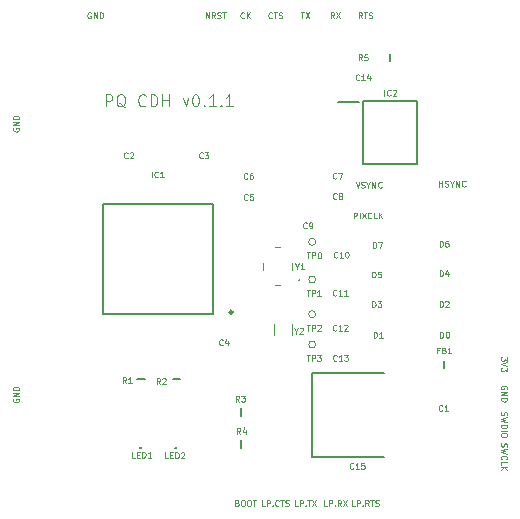
<source format=gbr>
%TF.GenerationSoftware,KiCad,Pcbnew,(6.0.5)*%
%TF.CreationDate,2022-06-10T10:51:09-04:00*%
%TF.ProjectId,pq-cdh,70712d63-6468-42e6-9b69-6361645f7063,V0.1.1*%
%TF.SameCoordinates,Original*%
%TF.FileFunction,Legend,Top*%
%TF.FilePolarity,Positive*%
%FSLAX46Y46*%
G04 Gerber Fmt 4.6, Leading zero omitted, Abs format (unit mm)*
G04 Created by KiCad (PCBNEW (6.0.5)) date 2022-06-10 10:51:09*
%MOMM*%
%LPD*%
G01*
G04 APERTURE LIST*
%ADD10C,0.100000*%
%ADD11C,0.117300*%
%ADD12C,0.125000*%
%ADD13C,0.200000*%
%ADD14C,0.050000*%
%ADD15C,0.250000*%
G04 APERTURE END LIST*
D10*
X153051428Y-128614285D02*
X153122857Y-128638095D01*
X153146666Y-128661904D01*
X153170476Y-128709523D01*
X153170476Y-128780952D01*
X153146666Y-128828571D01*
X153122857Y-128852380D01*
X153075238Y-128876190D01*
X152884761Y-128876190D01*
X152884761Y-128376190D01*
X153051428Y-128376190D01*
X153099047Y-128400000D01*
X153122857Y-128423809D01*
X153146666Y-128471428D01*
X153146666Y-128519047D01*
X153122857Y-128566666D01*
X153099047Y-128590476D01*
X153051428Y-128614285D01*
X152884761Y-128614285D01*
X153480000Y-128376190D02*
X153575238Y-128376190D01*
X153622857Y-128400000D01*
X153670476Y-128447619D01*
X153694285Y-128542857D01*
X153694285Y-128709523D01*
X153670476Y-128804761D01*
X153622857Y-128852380D01*
X153575238Y-128876190D01*
X153480000Y-128876190D01*
X153432380Y-128852380D01*
X153384761Y-128804761D01*
X153360952Y-128709523D01*
X153360952Y-128542857D01*
X153384761Y-128447619D01*
X153432380Y-128400000D01*
X153480000Y-128376190D01*
X154003809Y-128376190D02*
X154099047Y-128376190D01*
X154146666Y-128400000D01*
X154194285Y-128447619D01*
X154218095Y-128542857D01*
X154218095Y-128709523D01*
X154194285Y-128804761D01*
X154146666Y-128852380D01*
X154099047Y-128876190D01*
X154003809Y-128876190D01*
X153956190Y-128852380D01*
X153908571Y-128804761D01*
X153884761Y-128709523D01*
X153884761Y-128542857D01*
X153908571Y-128447619D01*
X153956190Y-128400000D01*
X154003809Y-128376190D01*
X154360952Y-128376190D02*
X154646666Y-128376190D01*
X154503809Y-128876190D02*
X154503809Y-128376190D01*
X162909523Y-104526190D02*
X162909523Y-104026190D01*
X163100000Y-104026190D01*
X163147619Y-104050000D01*
X163171428Y-104073809D01*
X163195238Y-104121428D01*
X163195238Y-104192857D01*
X163171428Y-104240476D01*
X163147619Y-104264285D01*
X163100000Y-104288095D01*
X162909523Y-104288095D01*
X163409523Y-104526190D02*
X163409523Y-104026190D01*
X163600000Y-104026190D02*
X163933333Y-104526190D01*
X163933333Y-104026190D02*
X163600000Y-104526190D01*
X164409523Y-104478571D02*
X164385714Y-104502380D01*
X164314285Y-104526190D01*
X164266666Y-104526190D01*
X164195238Y-104502380D01*
X164147619Y-104454761D01*
X164123809Y-104407142D01*
X164100000Y-104311904D01*
X164100000Y-104240476D01*
X164123809Y-104145238D01*
X164147619Y-104097619D01*
X164195238Y-104050000D01*
X164266666Y-104026190D01*
X164314285Y-104026190D01*
X164385714Y-104050000D01*
X164409523Y-104073809D01*
X164861904Y-104526190D02*
X164623809Y-104526190D01*
X164623809Y-104026190D01*
X165028571Y-104526190D02*
X165028571Y-104026190D01*
X165314285Y-104526190D02*
X165100000Y-104240476D01*
X165314285Y-104026190D02*
X165028571Y-104311904D01*
X140649047Y-87100000D02*
X140601428Y-87076190D01*
X140530000Y-87076190D01*
X140458571Y-87100000D01*
X140410952Y-87147619D01*
X140387142Y-87195238D01*
X140363333Y-87290476D01*
X140363333Y-87361904D01*
X140387142Y-87457142D01*
X140410952Y-87504761D01*
X140458571Y-87552380D01*
X140530000Y-87576190D01*
X140577619Y-87576190D01*
X140649047Y-87552380D01*
X140672857Y-87528571D01*
X140672857Y-87361904D01*
X140577619Y-87361904D01*
X140887142Y-87576190D02*
X140887142Y-87076190D01*
X141172857Y-87576190D01*
X141172857Y-87076190D01*
X141410952Y-87576190D02*
X141410952Y-87076190D01*
X141530000Y-87076190D01*
X141601428Y-87100000D01*
X141649047Y-87147619D01*
X141672857Y-87195238D01*
X141696666Y-87290476D01*
X141696666Y-87361904D01*
X141672857Y-87457142D01*
X141649047Y-87504761D01*
X141601428Y-87552380D01*
X141530000Y-87576190D01*
X141410952Y-87576190D01*
X144390476Y-124776190D02*
X144152380Y-124776190D01*
X144152380Y-124276190D01*
X144557142Y-124514285D02*
X144723809Y-124514285D01*
X144795238Y-124776190D02*
X144557142Y-124776190D01*
X144557142Y-124276190D01*
X144795238Y-124276190D01*
X145009523Y-124776190D02*
X145009523Y-124276190D01*
X145128571Y-124276190D01*
X145200000Y-124300000D01*
X145247619Y-124347619D01*
X145271428Y-124395238D01*
X145295238Y-124490476D01*
X145295238Y-124561904D01*
X145271428Y-124657142D01*
X145247619Y-124704761D01*
X145200000Y-124752380D01*
X145128571Y-124776190D01*
X145009523Y-124776190D01*
X145771428Y-124776190D02*
X145485714Y-124776190D01*
X145628571Y-124776190D02*
X145628571Y-124276190D01*
X145580952Y-124347619D01*
X145533333Y-124395238D01*
X145485714Y-124419047D01*
D11*
X170230952Y-114626190D02*
X170230952Y-114126190D01*
X170350000Y-114126190D01*
X170421428Y-114150000D01*
X170469047Y-114197619D01*
X170492857Y-114245238D01*
X170516666Y-114340476D01*
X170516666Y-114411904D01*
X170492857Y-114507142D01*
X170469047Y-114554761D01*
X170421428Y-114602380D01*
X170350000Y-114626190D01*
X170230952Y-114626190D01*
X170826190Y-114126190D02*
X170873809Y-114126190D01*
X170921428Y-114150000D01*
X170945238Y-114173809D01*
X170969047Y-114221428D01*
X170992857Y-114316666D01*
X170992857Y-114435714D01*
X170969047Y-114530952D01*
X170945238Y-114578571D01*
X170921428Y-114602380D01*
X170873809Y-114626190D01*
X170826190Y-114626190D01*
X170778571Y-114602380D01*
X170754761Y-114578571D01*
X170730952Y-114530952D01*
X170707142Y-114435714D01*
X170707142Y-114316666D01*
X170730952Y-114221428D01*
X170754761Y-114173809D01*
X170778571Y-114150000D01*
X170826190Y-114126190D01*
D10*
X164590952Y-114626190D02*
X164590952Y-114126190D01*
X164710000Y-114126190D01*
X164781428Y-114150000D01*
X164829047Y-114197619D01*
X164852857Y-114245238D01*
X164876666Y-114340476D01*
X164876666Y-114411904D01*
X164852857Y-114507142D01*
X164829047Y-114554761D01*
X164781428Y-114602380D01*
X164710000Y-114626190D01*
X164590952Y-114626190D01*
X165352857Y-114626190D02*
X165067142Y-114626190D01*
X165210000Y-114626190D02*
X165210000Y-114126190D01*
X165162380Y-114197619D01*
X165114761Y-114245238D01*
X165067142Y-114269047D01*
X175883809Y-116270952D02*
X175883809Y-116580476D01*
X175693333Y-116413809D01*
X175693333Y-116485238D01*
X175669523Y-116532857D01*
X175645714Y-116556666D01*
X175598095Y-116580476D01*
X175479047Y-116580476D01*
X175431428Y-116556666D01*
X175407619Y-116532857D01*
X175383809Y-116485238D01*
X175383809Y-116342380D01*
X175407619Y-116294761D01*
X175431428Y-116270952D01*
X175883809Y-116723333D02*
X175383809Y-116890000D01*
X175883809Y-117056666D01*
X175883809Y-117175714D02*
X175883809Y-117485238D01*
X175693333Y-117318571D01*
X175693333Y-117390000D01*
X175669523Y-117437619D01*
X175645714Y-117461428D01*
X175598095Y-117485238D01*
X175479047Y-117485238D01*
X175431428Y-117461428D01*
X175407619Y-117437619D01*
X175383809Y-117390000D01*
X175383809Y-117247142D01*
X175407619Y-117199523D01*
X175431428Y-117175714D01*
X162878571Y-125678571D02*
X162854761Y-125702380D01*
X162783333Y-125726190D01*
X162735714Y-125726190D01*
X162664285Y-125702380D01*
X162616666Y-125654761D01*
X162592857Y-125607142D01*
X162569047Y-125511904D01*
X162569047Y-125440476D01*
X162592857Y-125345238D01*
X162616666Y-125297619D01*
X162664285Y-125250000D01*
X162735714Y-125226190D01*
X162783333Y-125226190D01*
X162854761Y-125250000D01*
X162878571Y-125273809D01*
X163354761Y-125726190D02*
X163069047Y-125726190D01*
X163211904Y-125726190D02*
X163211904Y-125226190D01*
X163164285Y-125297619D01*
X163116666Y-125345238D01*
X163069047Y-125369047D01*
X163807142Y-125226190D02*
X163569047Y-125226190D01*
X163545238Y-125464285D01*
X163569047Y-125440476D01*
X163616666Y-125416666D01*
X163735714Y-125416666D01*
X163783333Y-125440476D01*
X163807142Y-125464285D01*
X163830952Y-125511904D01*
X163830952Y-125630952D01*
X163807142Y-125678571D01*
X163783333Y-125702380D01*
X163735714Y-125726190D01*
X163616666Y-125726190D01*
X163569047Y-125702380D01*
X163545238Y-125678571D01*
X158021904Y-114043095D02*
X158021904Y-114281190D01*
X157855238Y-113781190D02*
X158021904Y-114043095D01*
X158188571Y-113781190D01*
X158331428Y-113828809D02*
X158355238Y-113805000D01*
X158402857Y-113781190D01*
X158521904Y-113781190D01*
X158569523Y-113805000D01*
X158593333Y-113828809D01*
X158617142Y-113876428D01*
X158617142Y-113924047D01*
X158593333Y-113995476D01*
X158307619Y-114281190D01*
X158617142Y-114281190D01*
X163616666Y-91126190D02*
X163450000Y-90888095D01*
X163330952Y-91126190D02*
X163330952Y-90626190D01*
X163521428Y-90626190D01*
X163569047Y-90650000D01*
X163592857Y-90673809D01*
X163616666Y-90721428D01*
X163616666Y-90792857D01*
X163592857Y-90840476D01*
X163569047Y-90864285D01*
X163521428Y-90888095D01*
X163330952Y-90888095D01*
X164069047Y-90626190D02*
X163830952Y-90626190D01*
X163807142Y-90864285D01*
X163830952Y-90840476D01*
X163878571Y-90816666D01*
X163997619Y-90816666D01*
X164045238Y-90840476D01*
X164069047Y-90864285D01*
X164092857Y-90911904D01*
X164092857Y-91030952D01*
X164069047Y-91078571D01*
X164045238Y-91102380D01*
X163997619Y-91126190D01*
X163878571Y-91126190D01*
X163830952Y-91102380D01*
X163807142Y-91078571D01*
X158167142Y-128876190D02*
X157929047Y-128876190D01*
X157929047Y-128376190D01*
X158333809Y-128876190D02*
X158333809Y-128376190D01*
X158524285Y-128376190D01*
X158571904Y-128400000D01*
X158595714Y-128423809D01*
X158619523Y-128471428D01*
X158619523Y-128542857D01*
X158595714Y-128590476D01*
X158571904Y-128614285D01*
X158524285Y-128638095D01*
X158333809Y-128638095D01*
X158833809Y-128828571D02*
X158857619Y-128852380D01*
X158833809Y-128876190D01*
X158810000Y-128852380D01*
X158833809Y-128828571D01*
X158833809Y-128876190D01*
X159000476Y-128376190D02*
X159286190Y-128376190D01*
X159143333Y-128876190D02*
X159143333Y-128376190D01*
X159405238Y-128376190D02*
X159738571Y-128876190D01*
X159738571Y-128376190D02*
X159405238Y-128876190D01*
X134090000Y-119820952D02*
X134066190Y-119868571D01*
X134066190Y-119940000D01*
X134090000Y-120011428D01*
X134137619Y-120059047D01*
X134185238Y-120082857D01*
X134280476Y-120106666D01*
X134351904Y-120106666D01*
X134447142Y-120082857D01*
X134494761Y-120059047D01*
X134542380Y-120011428D01*
X134566190Y-119940000D01*
X134566190Y-119892380D01*
X134542380Y-119820952D01*
X134518571Y-119797142D01*
X134351904Y-119797142D01*
X134351904Y-119892380D01*
X134566190Y-119582857D02*
X134066190Y-119582857D01*
X134566190Y-119297142D01*
X134066190Y-119297142D01*
X134566190Y-119059047D02*
X134066190Y-119059047D01*
X134066190Y-118940000D01*
X134090000Y-118868571D01*
X134137619Y-118820952D01*
X134185238Y-118797142D01*
X134280476Y-118773333D01*
X134351904Y-118773333D01*
X134447142Y-118797142D01*
X134494761Y-118820952D01*
X134542380Y-118868571D01*
X134566190Y-118940000D01*
X134566190Y-119059047D01*
X163616190Y-87576190D02*
X163449523Y-87338095D01*
X163330476Y-87576190D02*
X163330476Y-87076190D01*
X163520952Y-87076190D01*
X163568571Y-87100000D01*
X163592380Y-87123809D01*
X163616190Y-87171428D01*
X163616190Y-87242857D01*
X163592380Y-87290476D01*
X163568571Y-87314285D01*
X163520952Y-87338095D01*
X163330476Y-87338095D01*
X163759047Y-87076190D02*
X164044761Y-87076190D01*
X163901904Y-87576190D02*
X163901904Y-87076190D01*
X164187619Y-87552380D02*
X164259047Y-87576190D01*
X164378095Y-87576190D01*
X164425714Y-87552380D01*
X164449523Y-87528571D01*
X164473333Y-87480952D01*
X164473333Y-87433333D01*
X164449523Y-87385714D01*
X164425714Y-87361904D01*
X164378095Y-87338095D01*
X164282857Y-87314285D01*
X164235238Y-87290476D01*
X164211428Y-87266666D01*
X164187619Y-87219047D01*
X164187619Y-87171428D01*
X164211428Y-87123809D01*
X164235238Y-87100000D01*
X164282857Y-87076190D01*
X164401904Y-87076190D01*
X164473333Y-87100000D01*
X160647619Y-128876190D02*
X160409523Y-128876190D01*
X160409523Y-128376190D01*
X160814285Y-128876190D02*
X160814285Y-128376190D01*
X161004761Y-128376190D01*
X161052380Y-128400000D01*
X161076190Y-128423809D01*
X161100000Y-128471428D01*
X161100000Y-128542857D01*
X161076190Y-128590476D01*
X161052380Y-128614285D01*
X161004761Y-128638095D01*
X160814285Y-128638095D01*
X161314285Y-128828571D02*
X161338095Y-128852380D01*
X161314285Y-128876190D01*
X161290476Y-128852380D01*
X161314285Y-128828571D01*
X161314285Y-128876190D01*
X161838095Y-128876190D02*
X161671428Y-128638095D01*
X161552380Y-128876190D02*
X161552380Y-128376190D01*
X161742857Y-128376190D01*
X161790476Y-128400000D01*
X161814285Y-128423809D01*
X161838095Y-128471428D01*
X161838095Y-128542857D01*
X161814285Y-128590476D01*
X161790476Y-128614285D01*
X161742857Y-128638095D01*
X161552380Y-128638095D01*
X162004761Y-128376190D02*
X162338095Y-128876190D01*
X162338095Y-128376190D02*
X162004761Y-128876190D01*
X170143333Y-115694285D02*
X169976666Y-115694285D01*
X169976666Y-115956190D02*
X169976666Y-115456190D01*
X170214761Y-115456190D01*
X170571904Y-115694285D02*
X170643333Y-115718095D01*
X170667142Y-115741904D01*
X170690952Y-115789523D01*
X170690952Y-115860952D01*
X170667142Y-115908571D01*
X170643333Y-115932380D01*
X170595714Y-115956190D01*
X170405238Y-115956190D01*
X170405238Y-115456190D01*
X170571904Y-115456190D01*
X170619523Y-115480000D01*
X170643333Y-115503809D01*
X170667142Y-115551428D01*
X170667142Y-115599047D01*
X170643333Y-115646666D01*
X170619523Y-115670476D01*
X170571904Y-115694285D01*
X170405238Y-115694285D01*
X171167142Y-115956190D02*
X170881428Y-115956190D01*
X171024285Y-115956190D02*
X171024285Y-115456190D01*
X170976666Y-115527619D01*
X170929047Y-115575238D01*
X170881428Y-115599047D01*
X170426666Y-120778571D02*
X170402857Y-120802380D01*
X170331428Y-120826190D01*
X170283809Y-120826190D01*
X170212380Y-120802380D01*
X170164761Y-120754761D01*
X170140952Y-120707142D01*
X170117142Y-120611904D01*
X170117142Y-120540476D01*
X170140952Y-120445238D01*
X170164761Y-120397619D01*
X170212380Y-120350000D01*
X170283809Y-120326190D01*
X170331428Y-120326190D01*
X170402857Y-120350000D01*
X170426666Y-120373809D01*
X170902857Y-120826190D02*
X170617142Y-120826190D01*
X170760000Y-120826190D02*
X170760000Y-120326190D01*
X170712380Y-120397619D01*
X170664761Y-120445238D01*
X170617142Y-120469047D01*
X153906666Y-101128571D02*
X153882857Y-101152380D01*
X153811428Y-101176190D01*
X153763809Y-101176190D01*
X153692380Y-101152380D01*
X153644761Y-101104761D01*
X153620952Y-101057142D01*
X153597142Y-100961904D01*
X153597142Y-100890476D01*
X153620952Y-100795238D01*
X153644761Y-100747619D01*
X153692380Y-100700000D01*
X153763809Y-100676190D01*
X153811428Y-100676190D01*
X153882857Y-100700000D01*
X153906666Y-100723809D01*
X154335238Y-100676190D02*
X154240000Y-100676190D01*
X154192380Y-100700000D01*
X154168571Y-100723809D01*
X154120952Y-100795238D01*
X154097142Y-100890476D01*
X154097142Y-101080952D01*
X154120952Y-101128571D01*
X154144761Y-101152380D01*
X154192380Y-101176190D01*
X154287619Y-101176190D01*
X154335238Y-101152380D01*
X154359047Y-101128571D01*
X154382857Y-101080952D01*
X154382857Y-100961904D01*
X154359047Y-100914285D01*
X154335238Y-100890476D01*
X154287619Y-100866666D01*
X154192380Y-100866666D01*
X154144761Y-100890476D01*
X154120952Y-100914285D01*
X154097142Y-100961904D01*
X155377142Y-128876190D02*
X155139047Y-128876190D01*
X155139047Y-128376190D01*
X155543809Y-128876190D02*
X155543809Y-128376190D01*
X155734285Y-128376190D01*
X155781904Y-128400000D01*
X155805714Y-128423809D01*
X155829523Y-128471428D01*
X155829523Y-128542857D01*
X155805714Y-128590476D01*
X155781904Y-128614285D01*
X155734285Y-128638095D01*
X155543809Y-128638095D01*
X156043809Y-128828571D02*
X156067619Y-128852380D01*
X156043809Y-128876190D01*
X156020000Y-128852380D01*
X156043809Y-128828571D01*
X156043809Y-128876190D01*
X156567619Y-128828571D02*
X156543809Y-128852380D01*
X156472380Y-128876190D01*
X156424761Y-128876190D01*
X156353333Y-128852380D01*
X156305714Y-128804761D01*
X156281904Y-128757142D01*
X156258095Y-128661904D01*
X156258095Y-128590476D01*
X156281904Y-128495238D01*
X156305714Y-128447619D01*
X156353333Y-128400000D01*
X156424761Y-128376190D01*
X156472380Y-128376190D01*
X156543809Y-128400000D01*
X156567619Y-128423809D01*
X156710476Y-128376190D02*
X156996190Y-128376190D01*
X156853333Y-128876190D02*
X156853333Y-128376190D01*
X157139047Y-128852380D02*
X157210476Y-128876190D01*
X157329523Y-128876190D01*
X157377142Y-128852380D01*
X157400952Y-128828571D01*
X157424761Y-128780952D01*
X157424761Y-128733333D01*
X157400952Y-128685714D01*
X157377142Y-128661904D01*
X157329523Y-128638095D01*
X157234285Y-128614285D01*
X157186666Y-128590476D01*
X157162857Y-128566666D01*
X157139047Y-128519047D01*
X157139047Y-128471428D01*
X157162857Y-128423809D01*
X157186666Y-128400000D01*
X157234285Y-128376190D01*
X157353333Y-128376190D01*
X157424761Y-128400000D01*
X146516666Y-118536190D02*
X146350000Y-118298095D01*
X146230952Y-118536190D02*
X146230952Y-118036190D01*
X146421428Y-118036190D01*
X146469047Y-118060000D01*
X146492857Y-118083809D01*
X146516666Y-118131428D01*
X146516666Y-118202857D01*
X146492857Y-118250476D01*
X146469047Y-118274285D01*
X146421428Y-118298095D01*
X146230952Y-118298095D01*
X146707142Y-118083809D02*
X146730952Y-118060000D01*
X146778571Y-118036190D01*
X146897619Y-118036190D01*
X146945238Y-118060000D01*
X146969047Y-118083809D01*
X146992857Y-118131428D01*
X146992857Y-118179047D01*
X146969047Y-118250476D01*
X146683333Y-118536190D01*
X146992857Y-118536190D01*
X162997142Y-128876190D02*
X162759047Y-128876190D01*
X162759047Y-128376190D01*
X163163809Y-128876190D02*
X163163809Y-128376190D01*
X163354285Y-128376190D01*
X163401904Y-128400000D01*
X163425714Y-128423809D01*
X163449523Y-128471428D01*
X163449523Y-128542857D01*
X163425714Y-128590476D01*
X163401904Y-128614285D01*
X163354285Y-128638095D01*
X163163809Y-128638095D01*
X163663809Y-128828571D02*
X163687619Y-128852380D01*
X163663809Y-128876190D01*
X163640000Y-128852380D01*
X163663809Y-128828571D01*
X163663809Y-128876190D01*
X164187619Y-128876190D02*
X164020952Y-128638095D01*
X163901904Y-128876190D02*
X163901904Y-128376190D01*
X164092380Y-128376190D01*
X164140000Y-128400000D01*
X164163809Y-128423809D01*
X164187619Y-128471428D01*
X164187619Y-128542857D01*
X164163809Y-128590476D01*
X164140000Y-128614285D01*
X164092380Y-128638095D01*
X163901904Y-128638095D01*
X164330476Y-128376190D02*
X164616190Y-128376190D01*
X164473333Y-128876190D02*
X164473333Y-128376190D01*
X164759047Y-128852380D02*
X164830476Y-128876190D01*
X164949523Y-128876190D01*
X164997142Y-128852380D01*
X165020952Y-128828571D01*
X165044761Y-128780952D01*
X165044761Y-128733333D01*
X165020952Y-128685714D01*
X164997142Y-128661904D01*
X164949523Y-128638095D01*
X164854285Y-128614285D01*
X164806666Y-128590476D01*
X164782857Y-128566666D01*
X164759047Y-128519047D01*
X164759047Y-128471428D01*
X164782857Y-128423809D01*
X164806666Y-128400000D01*
X164854285Y-128376190D01*
X164973333Y-128376190D01*
X165044761Y-128400000D01*
X153326666Y-122746190D02*
X153160000Y-122508095D01*
X153040952Y-122746190D02*
X153040952Y-122246190D01*
X153231428Y-122246190D01*
X153279047Y-122270000D01*
X153302857Y-122293809D01*
X153326666Y-122341428D01*
X153326666Y-122412857D01*
X153302857Y-122460476D01*
X153279047Y-122484285D01*
X153231428Y-122508095D01*
X153040952Y-122508095D01*
X153755238Y-122412857D02*
X153755238Y-122746190D01*
X153636190Y-122222380D02*
X153517142Y-122579523D01*
X153826666Y-122579523D01*
X143636666Y-118466190D02*
X143470000Y-118228095D01*
X143350952Y-118466190D02*
X143350952Y-117966190D01*
X143541428Y-117966190D01*
X143589047Y-117990000D01*
X143612857Y-118013809D01*
X143636666Y-118061428D01*
X143636666Y-118132857D01*
X143612857Y-118180476D01*
X143589047Y-118204285D01*
X143541428Y-118228095D01*
X143350952Y-118228095D01*
X144112857Y-118466190D02*
X143827142Y-118466190D01*
X143970000Y-118466190D02*
X143970000Y-117966190D01*
X143922380Y-118037619D01*
X143874761Y-118085238D01*
X143827142Y-118109047D01*
X153926666Y-102908571D02*
X153902857Y-102932380D01*
X153831428Y-102956190D01*
X153783809Y-102956190D01*
X153712380Y-102932380D01*
X153664761Y-102884761D01*
X153640952Y-102837142D01*
X153617142Y-102741904D01*
X153617142Y-102670476D01*
X153640952Y-102575238D01*
X153664761Y-102527619D01*
X153712380Y-102480000D01*
X153783809Y-102456190D01*
X153831428Y-102456190D01*
X153902857Y-102480000D01*
X153926666Y-102503809D01*
X154379047Y-102456190D02*
X154140952Y-102456190D01*
X154117142Y-102694285D01*
X154140952Y-102670476D01*
X154188571Y-102646666D01*
X154307619Y-102646666D01*
X154355238Y-102670476D01*
X154379047Y-102694285D01*
X154402857Y-102741904D01*
X154402857Y-102860952D01*
X154379047Y-102908571D01*
X154355238Y-102932380D01*
X154307619Y-102956190D01*
X154188571Y-102956190D01*
X154140952Y-102932380D01*
X154117142Y-102908571D01*
X158919047Y-110586190D02*
X159204761Y-110586190D01*
X159061904Y-111086190D02*
X159061904Y-110586190D01*
X159371428Y-111086190D02*
X159371428Y-110586190D01*
X159561904Y-110586190D01*
X159609523Y-110610000D01*
X159633333Y-110633809D01*
X159657142Y-110681428D01*
X159657142Y-110752857D01*
X159633333Y-110800476D01*
X159609523Y-110824285D01*
X159561904Y-110848095D01*
X159371428Y-110848095D01*
X160133333Y-111086190D02*
X159847619Y-111086190D01*
X159990476Y-111086190D02*
X159990476Y-110586190D01*
X159942857Y-110657619D01*
X159895238Y-110705238D01*
X159847619Y-110729047D01*
X170180952Y-109426190D02*
X170180952Y-108926190D01*
X170300000Y-108926190D01*
X170371428Y-108950000D01*
X170419047Y-108997619D01*
X170442857Y-109045238D01*
X170466666Y-109140476D01*
X170466666Y-109211904D01*
X170442857Y-109307142D01*
X170419047Y-109354761D01*
X170371428Y-109402380D01*
X170300000Y-109426190D01*
X170180952Y-109426190D01*
X170895238Y-109092857D02*
X170895238Y-109426190D01*
X170776190Y-108902380D02*
X170657142Y-109259523D01*
X170966666Y-109259523D01*
X164530952Y-107026190D02*
X164530952Y-106526190D01*
X164650000Y-106526190D01*
X164721428Y-106550000D01*
X164769047Y-106597619D01*
X164792857Y-106645238D01*
X164816666Y-106740476D01*
X164816666Y-106811904D01*
X164792857Y-106907142D01*
X164769047Y-106954761D01*
X164721428Y-107002380D01*
X164650000Y-107026190D01*
X164530952Y-107026190D01*
X164983333Y-106526190D02*
X165316666Y-106526190D01*
X165102380Y-107026190D01*
X145821904Y-101056190D02*
X145821904Y-100556190D01*
X146345714Y-101008571D02*
X146321904Y-101032380D01*
X146250476Y-101056190D01*
X146202857Y-101056190D01*
X146131428Y-101032380D01*
X146083809Y-100984761D01*
X146060000Y-100937142D01*
X146036190Y-100841904D01*
X146036190Y-100770476D01*
X146060000Y-100675238D01*
X146083809Y-100627619D01*
X146131428Y-100580000D01*
X146202857Y-100556190D01*
X146250476Y-100556190D01*
X146321904Y-100580000D01*
X146345714Y-100603809D01*
X146821904Y-101056190D02*
X146536190Y-101056190D01*
X146679047Y-101056190D02*
X146679047Y-100556190D01*
X146631428Y-100627619D01*
X146583809Y-100675238D01*
X146536190Y-100699047D01*
D12*
X141912857Y-95032380D02*
X141912857Y-94032380D01*
X142293809Y-94032380D01*
X142389047Y-94080000D01*
X142436666Y-94127619D01*
X142484285Y-94222857D01*
X142484285Y-94365714D01*
X142436666Y-94460952D01*
X142389047Y-94508571D01*
X142293809Y-94556190D01*
X141912857Y-94556190D01*
X143579523Y-95127619D02*
X143484285Y-95080000D01*
X143389047Y-94984761D01*
X143246190Y-94841904D01*
X143150952Y-94794285D01*
X143055714Y-94794285D01*
X143103333Y-95032380D02*
X143008095Y-94984761D01*
X142912857Y-94889523D01*
X142865238Y-94699047D01*
X142865238Y-94365714D01*
X142912857Y-94175238D01*
X143008095Y-94080000D01*
X143103333Y-94032380D01*
X143293809Y-94032380D01*
X143389047Y-94080000D01*
X143484285Y-94175238D01*
X143531904Y-94365714D01*
X143531904Y-94699047D01*
X143484285Y-94889523D01*
X143389047Y-94984761D01*
X143293809Y-95032380D01*
X143103333Y-95032380D01*
X145293809Y-94937142D02*
X145246190Y-94984761D01*
X145103333Y-95032380D01*
X145008095Y-95032380D01*
X144865238Y-94984761D01*
X144770000Y-94889523D01*
X144722380Y-94794285D01*
X144674761Y-94603809D01*
X144674761Y-94460952D01*
X144722380Y-94270476D01*
X144770000Y-94175238D01*
X144865238Y-94080000D01*
X145008095Y-94032380D01*
X145103333Y-94032380D01*
X145246190Y-94080000D01*
X145293809Y-94127619D01*
X145722380Y-95032380D02*
X145722380Y-94032380D01*
X145960476Y-94032380D01*
X146103333Y-94080000D01*
X146198571Y-94175238D01*
X146246190Y-94270476D01*
X146293809Y-94460952D01*
X146293809Y-94603809D01*
X146246190Y-94794285D01*
X146198571Y-94889523D01*
X146103333Y-94984761D01*
X145960476Y-95032380D01*
X145722380Y-95032380D01*
X146722380Y-95032380D02*
X146722380Y-94032380D01*
X146722380Y-94508571D02*
X147293809Y-94508571D01*
X147293809Y-95032380D02*
X147293809Y-94032380D01*
X148436666Y-94365714D02*
X148674761Y-95032380D01*
X148912857Y-94365714D01*
X149484285Y-94032380D02*
X149579523Y-94032380D01*
X149674761Y-94080000D01*
X149722380Y-94127619D01*
X149770000Y-94222857D01*
X149817619Y-94413333D01*
X149817619Y-94651428D01*
X149770000Y-94841904D01*
X149722380Y-94937142D01*
X149674761Y-94984761D01*
X149579523Y-95032380D01*
X149484285Y-95032380D01*
X149389047Y-94984761D01*
X149341428Y-94937142D01*
X149293809Y-94841904D01*
X149246190Y-94651428D01*
X149246190Y-94413333D01*
X149293809Y-94222857D01*
X149341428Y-94127619D01*
X149389047Y-94080000D01*
X149484285Y-94032380D01*
X150246190Y-94937142D02*
X150293809Y-94984761D01*
X150246190Y-95032380D01*
X150198571Y-94984761D01*
X150246190Y-94937142D01*
X150246190Y-95032380D01*
X151246190Y-95032380D02*
X150674761Y-95032380D01*
X150960476Y-95032380D02*
X150960476Y-94032380D01*
X150865238Y-94175238D01*
X150770000Y-94270476D01*
X150674761Y-94318095D01*
X151674761Y-94937142D02*
X151722380Y-94984761D01*
X151674761Y-95032380D01*
X151627142Y-94984761D01*
X151674761Y-94937142D01*
X151674761Y-95032380D01*
X152674761Y-95032380D02*
X152103333Y-95032380D01*
X152389047Y-95032380D02*
X152389047Y-94032380D01*
X152293809Y-94175238D01*
X152198571Y-94270476D01*
X152103333Y-94318095D01*
D10*
X170142857Y-101826190D02*
X170142857Y-101326190D01*
X170142857Y-101564285D02*
X170428571Y-101564285D01*
X170428571Y-101826190D02*
X170428571Y-101326190D01*
X170642857Y-101802380D02*
X170714285Y-101826190D01*
X170833333Y-101826190D01*
X170880952Y-101802380D01*
X170904761Y-101778571D01*
X170928571Y-101730952D01*
X170928571Y-101683333D01*
X170904761Y-101635714D01*
X170880952Y-101611904D01*
X170833333Y-101588095D01*
X170738095Y-101564285D01*
X170690476Y-101540476D01*
X170666666Y-101516666D01*
X170642857Y-101469047D01*
X170642857Y-101421428D01*
X170666666Y-101373809D01*
X170690476Y-101350000D01*
X170738095Y-101326190D01*
X170857142Y-101326190D01*
X170928571Y-101350000D01*
X171238095Y-101588095D02*
X171238095Y-101826190D01*
X171071428Y-101326190D02*
X171238095Y-101588095D01*
X171404761Y-101326190D01*
X171571428Y-101826190D02*
X171571428Y-101326190D01*
X171857142Y-101826190D01*
X171857142Y-101326190D01*
X172380952Y-101778571D02*
X172357142Y-101802380D01*
X172285714Y-101826190D01*
X172238095Y-101826190D01*
X172166666Y-101802380D01*
X172119047Y-101754761D01*
X172095238Y-101707142D01*
X172071428Y-101611904D01*
X172071428Y-101540476D01*
X172095238Y-101445238D01*
X172119047Y-101397619D01*
X172166666Y-101350000D01*
X172238095Y-101326190D01*
X172285714Y-101326190D01*
X172357142Y-101350000D01*
X172380952Y-101373809D01*
X153634761Y-87528571D02*
X153610952Y-87552380D01*
X153539523Y-87576190D01*
X153491904Y-87576190D01*
X153420476Y-87552380D01*
X153372857Y-87504761D01*
X153349047Y-87457142D01*
X153325238Y-87361904D01*
X153325238Y-87290476D01*
X153349047Y-87195238D01*
X153372857Y-87147619D01*
X153420476Y-87100000D01*
X153491904Y-87076190D01*
X153539523Y-87076190D01*
X153610952Y-87100000D01*
X153634761Y-87123809D01*
X153849047Y-87576190D02*
X153849047Y-87076190D01*
X154134761Y-87576190D02*
X153920476Y-87290476D01*
X154134761Y-87076190D02*
X153849047Y-87361904D01*
X164480952Y-109526190D02*
X164480952Y-109026190D01*
X164600000Y-109026190D01*
X164671428Y-109050000D01*
X164719047Y-109097619D01*
X164742857Y-109145238D01*
X164766666Y-109240476D01*
X164766666Y-109311904D01*
X164742857Y-109407142D01*
X164719047Y-109454761D01*
X164671428Y-109502380D01*
X164600000Y-109526190D01*
X164480952Y-109526190D01*
X165219047Y-109026190D02*
X164980952Y-109026190D01*
X164957142Y-109264285D01*
X164980952Y-109240476D01*
X165028571Y-109216666D01*
X165147619Y-109216666D01*
X165195238Y-109240476D01*
X165219047Y-109264285D01*
X165242857Y-109311904D01*
X165242857Y-109430952D01*
X165219047Y-109478571D01*
X165195238Y-109502380D01*
X165147619Y-109526190D01*
X165028571Y-109526190D01*
X164980952Y-109502380D01*
X164957142Y-109478571D01*
X150136666Y-99388571D02*
X150112857Y-99412380D01*
X150041428Y-99436190D01*
X149993809Y-99436190D01*
X149922380Y-99412380D01*
X149874761Y-99364761D01*
X149850952Y-99317142D01*
X149827142Y-99221904D01*
X149827142Y-99150476D01*
X149850952Y-99055238D01*
X149874761Y-99007619D01*
X149922380Y-98960000D01*
X149993809Y-98936190D01*
X150041428Y-98936190D01*
X150112857Y-98960000D01*
X150136666Y-98983809D01*
X150303333Y-98936190D02*
X150612857Y-98936190D01*
X150446190Y-99126666D01*
X150517619Y-99126666D01*
X150565238Y-99150476D01*
X150589047Y-99174285D01*
X150612857Y-99221904D01*
X150612857Y-99340952D01*
X150589047Y-99388571D01*
X150565238Y-99412380D01*
X150517619Y-99436190D01*
X150374761Y-99436190D01*
X150327142Y-99412380D01*
X150303333Y-99388571D01*
X150368571Y-87576190D02*
X150368571Y-87076190D01*
X150654285Y-87576190D01*
X150654285Y-87076190D01*
X151178095Y-87576190D02*
X151011428Y-87338095D01*
X150892380Y-87576190D02*
X150892380Y-87076190D01*
X151082857Y-87076190D01*
X151130476Y-87100000D01*
X151154285Y-87123809D01*
X151178095Y-87171428D01*
X151178095Y-87242857D01*
X151154285Y-87290476D01*
X151130476Y-87314285D01*
X151082857Y-87338095D01*
X150892380Y-87338095D01*
X151368571Y-87552380D02*
X151440000Y-87576190D01*
X151559047Y-87576190D01*
X151606666Y-87552380D01*
X151630476Y-87528571D01*
X151654285Y-87480952D01*
X151654285Y-87433333D01*
X151630476Y-87385714D01*
X151606666Y-87361904D01*
X151559047Y-87338095D01*
X151463809Y-87314285D01*
X151416190Y-87290476D01*
X151392380Y-87266666D01*
X151368571Y-87219047D01*
X151368571Y-87171428D01*
X151392380Y-87123809D01*
X151416190Y-87100000D01*
X151463809Y-87076190D01*
X151582857Y-87076190D01*
X151654285Y-87100000D01*
X151797142Y-87076190D02*
X152082857Y-87076190D01*
X151940000Y-87576190D02*
X151940000Y-87076190D01*
X165511904Y-94126190D02*
X165511904Y-93626190D01*
X166035714Y-94078571D02*
X166011904Y-94102380D01*
X165940476Y-94126190D01*
X165892857Y-94126190D01*
X165821428Y-94102380D01*
X165773809Y-94054761D01*
X165750000Y-94007142D01*
X165726190Y-93911904D01*
X165726190Y-93840476D01*
X165750000Y-93745238D01*
X165773809Y-93697619D01*
X165821428Y-93650000D01*
X165892857Y-93626190D01*
X165940476Y-93626190D01*
X166011904Y-93650000D01*
X166035714Y-93673809D01*
X166226190Y-93673809D02*
X166250000Y-93650000D01*
X166297619Y-93626190D01*
X166416666Y-93626190D01*
X166464285Y-93650000D01*
X166488095Y-93673809D01*
X166511904Y-93721428D01*
X166511904Y-93769047D01*
X166488095Y-93840476D01*
X166202380Y-94126190D01*
X166511904Y-94126190D01*
X161468571Y-116538571D02*
X161444761Y-116562380D01*
X161373333Y-116586190D01*
X161325714Y-116586190D01*
X161254285Y-116562380D01*
X161206666Y-116514761D01*
X161182857Y-116467142D01*
X161159047Y-116371904D01*
X161159047Y-116300476D01*
X161182857Y-116205238D01*
X161206666Y-116157619D01*
X161254285Y-116110000D01*
X161325714Y-116086190D01*
X161373333Y-116086190D01*
X161444761Y-116110000D01*
X161468571Y-116133809D01*
X161944761Y-116586190D02*
X161659047Y-116586190D01*
X161801904Y-116586190D02*
X161801904Y-116086190D01*
X161754285Y-116157619D01*
X161706666Y-116205238D01*
X161659047Y-116229047D01*
X162111428Y-116086190D02*
X162420952Y-116086190D01*
X162254285Y-116276666D01*
X162325714Y-116276666D01*
X162373333Y-116300476D01*
X162397142Y-116324285D01*
X162420952Y-116371904D01*
X162420952Y-116490952D01*
X162397142Y-116538571D01*
X162373333Y-116562380D01*
X162325714Y-116586190D01*
X162182857Y-116586190D01*
X162135238Y-116562380D01*
X162111428Y-116538571D01*
X158919047Y-113536190D02*
X159204761Y-113536190D01*
X159061904Y-114036190D02*
X159061904Y-113536190D01*
X159371428Y-114036190D02*
X159371428Y-113536190D01*
X159561904Y-113536190D01*
X159609523Y-113560000D01*
X159633333Y-113583809D01*
X159657142Y-113631428D01*
X159657142Y-113702857D01*
X159633333Y-113750476D01*
X159609523Y-113774285D01*
X159561904Y-113798095D01*
X159371428Y-113798095D01*
X159847619Y-113583809D02*
X159871428Y-113560000D01*
X159919047Y-113536190D01*
X160038095Y-113536190D01*
X160085714Y-113560000D01*
X160109523Y-113583809D01*
X160133333Y-113631428D01*
X160133333Y-113679047D01*
X160109523Y-113750476D01*
X159823809Y-114036190D01*
X160133333Y-114036190D01*
X161438571Y-111013571D02*
X161414761Y-111037380D01*
X161343333Y-111061190D01*
X161295714Y-111061190D01*
X161224285Y-111037380D01*
X161176666Y-110989761D01*
X161152857Y-110942142D01*
X161129047Y-110846904D01*
X161129047Y-110775476D01*
X161152857Y-110680238D01*
X161176666Y-110632619D01*
X161224285Y-110585000D01*
X161295714Y-110561190D01*
X161343333Y-110561190D01*
X161414761Y-110585000D01*
X161438571Y-110608809D01*
X161914761Y-111061190D02*
X161629047Y-111061190D01*
X161771904Y-111061190D02*
X161771904Y-110561190D01*
X161724285Y-110632619D01*
X161676666Y-110680238D01*
X161629047Y-110704047D01*
X162390952Y-111061190D02*
X162105238Y-111061190D01*
X162248095Y-111061190D02*
X162248095Y-110561190D01*
X162200476Y-110632619D01*
X162152857Y-110680238D01*
X162105238Y-110704047D01*
X158919047Y-116096190D02*
X159204761Y-116096190D01*
X159061904Y-116596190D02*
X159061904Y-116096190D01*
X159371428Y-116596190D02*
X159371428Y-116096190D01*
X159561904Y-116096190D01*
X159609523Y-116120000D01*
X159633333Y-116143809D01*
X159657142Y-116191428D01*
X159657142Y-116262857D01*
X159633333Y-116310476D01*
X159609523Y-116334285D01*
X159561904Y-116358095D01*
X159371428Y-116358095D01*
X159823809Y-116096190D02*
X160133333Y-116096190D01*
X159966666Y-116286666D01*
X160038095Y-116286666D01*
X160085714Y-116310476D01*
X160109523Y-116334285D01*
X160133333Y-116381904D01*
X160133333Y-116500952D01*
X160109523Y-116548571D01*
X160085714Y-116572380D01*
X160038095Y-116596190D01*
X159895238Y-116596190D01*
X159847619Y-116572380D01*
X159823809Y-116548571D01*
X170180952Y-112023690D02*
X170180952Y-111523690D01*
X170300000Y-111523690D01*
X170371428Y-111547500D01*
X170419047Y-111595119D01*
X170442857Y-111642738D01*
X170466666Y-111737976D01*
X170466666Y-111809404D01*
X170442857Y-111904642D01*
X170419047Y-111952261D01*
X170371428Y-111999880D01*
X170300000Y-112023690D01*
X170180952Y-112023690D01*
X170657142Y-111571309D02*
X170680952Y-111547500D01*
X170728571Y-111523690D01*
X170847619Y-111523690D01*
X170895238Y-111547500D01*
X170919047Y-111571309D01*
X170942857Y-111618928D01*
X170942857Y-111666547D01*
X170919047Y-111737976D01*
X170633333Y-112023690D01*
X170942857Y-112023690D01*
X155996190Y-87528571D02*
X155972380Y-87552380D01*
X155900952Y-87576190D01*
X155853333Y-87576190D01*
X155781904Y-87552380D01*
X155734285Y-87504761D01*
X155710476Y-87457142D01*
X155686666Y-87361904D01*
X155686666Y-87290476D01*
X155710476Y-87195238D01*
X155734285Y-87147619D01*
X155781904Y-87100000D01*
X155853333Y-87076190D01*
X155900952Y-87076190D01*
X155972380Y-87100000D01*
X155996190Y-87123809D01*
X156139047Y-87076190D02*
X156424761Y-87076190D01*
X156281904Y-87576190D02*
X156281904Y-87076190D01*
X156567619Y-87552380D02*
X156639047Y-87576190D01*
X156758095Y-87576190D01*
X156805714Y-87552380D01*
X156829523Y-87528571D01*
X156853333Y-87480952D01*
X156853333Y-87433333D01*
X156829523Y-87385714D01*
X156805714Y-87361904D01*
X156758095Y-87338095D01*
X156662857Y-87314285D01*
X156615238Y-87290476D01*
X156591428Y-87266666D01*
X156567619Y-87219047D01*
X156567619Y-87171428D01*
X156591428Y-87123809D01*
X156615238Y-87100000D01*
X156662857Y-87076190D01*
X156781904Y-87076190D01*
X156853333Y-87100000D01*
X158429047Y-87076190D02*
X158714761Y-87076190D01*
X158571904Y-87576190D02*
X158571904Y-87076190D01*
X158833809Y-87076190D02*
X159167142Y-87576190D01*
X159167142Y-87076190D02*
X158833809Y-87576190D01*
X175407619Y-120920476D02*
X175383809Y-120991904D01*
X175383809Y-121110952D01*
X175407619Y-121158571D01*
X175431428Y-121182380D01*
X175479047Y-121206190D01*
X175526666Y-121206190D01*
X175574285Y-121182380D01*
X175598095Y-121158571D01*
X175621904Y-121110952D01*
X175645714Y-121015714D01*
X175669523Y-120968095D01*
X175693333Y-120944285D01*
X175740952Y-120920476D01*
X175788571Y-120920476D01*
X175836190Y-120944285D01*
X175860000Y-120968095D01*
X175883809Y-121015714D01*
X175883809Y-121134761D01*
X175860000Y-121206190D01*
X175883809Y-121372857D02*
X175383809Y-121491904D01*
X175740952Y-121587142D01*
X175383809Y-121682380D01*
X175883809Y-121801428D01*
X175383809Y-121991904D02*
X175883809Y-121991904D01*
X175883809Y-122110952D01*
X175860000Y-122182380D01*
X175812380Y-122230000D01*
X175764761Y-122253809D01*
X175669523Y-122277619D01*
X175598095Y-122277619D01*
X175502857Y-122253809D01*
X175455238Y-122230000D01*
X175407619Y-122182380D01*
X175383809Y-122110952D01*
X175383809Y-121991904D01*
X175383809Y-122491904D02*
X175883809Y-122491904D01*
X175883809Y-122825238D02*
X175883809Y-122920476D01*
X175860000Y-122968095D01*
X175812380Y-123015714D01*
X175717142Y-123039523D01*
X175550476Y-123039523D01*
X175455238Y-123015714D01*
X175407619Y-122968095D01*
X175383809Y-122920476D01*
X175383809Y-122825238D01*
X175407619Y-122777619D01*
X175455238Y-122730000D01*
X175550476Y-122706190D01*
X175717142Y-122706190D01*
X175812380Y-122730000D01*
X175860000Y-122777619D01*
X175883809Y-122825238D01*
X175407619Y-123559047D02*
X175383809Y-123630476D01*
X175383809Y-123749523D01*
X175407619Y-123797142D01*
X175431428Y-123820952D01*
X175479047Y-123844761D01*
X175526666Y-123844761D01*
X175574285Y-123820952D01*
X175598095Y-123797142D01*
X175621904Y-123749523D01*
X175645714Y-123654285D01*
X175669523Y-123606666D01*
X175693333Y-123582857D01*
X175740952Y-123559047D01*
X175788571Y-123559047D01*
X175836190Y-123582857D01*
X175860000Y-123606666D01*
X175883809Y-123654285D01*
X175883809Y-123773333D01*
X175860000Y-123844761D01*
X175883809Y-124011428D02*
X175383809Y-124130476D01*
X175740952Y-124225714D01*
X175383809Y-124320952D01*
X175883809Y-124440000D01*
X175431428Y-124916190D02*
X175407619Y-124892380D01*
X175383809Y-124820952D01*
X175383809Y-124773333D01*
X175407619Y-124701904D01*
X175455238Y-124654285D01*
X175502857Y-124630476D01*
X175598095Y-124606666D01*
X175669523Y-124606666D01*
X175764761Y-124630476D01*
X175812380Y-124654285D01*
X175860000Y-124701904D01*
X175883809Y-124773333D01*
X175883809Y-124820952D01*
X175860000Y-124892380D01*
X175836190Y-124916190D01*
X175383809Y-125368571D02*
X175383809Y-125130476D01*
X175883809Y-125130476D01*
X175383809Y-125535238D02*
X175883809Y-125535238D01*
X175383809Y-125820952D02*
X175669523Y-125606666D01*
X175883809Y-125820952D02*
X175598095Y-125535238D01*
X170180952Y-106926190D02*
X170180952Y-106426190D01*
X170300000Y-106426190D01*
X170371428Y-106450000D01*
X170419047Y-106497619D01*
X170442857Y-106545238D01*
X170466666Y-106640476D01*
X170466666Y-106711904D01*
X170442857Y-106807142D01*
X170419047Y-106854761D01*
X170371428Y-106902380D01*
X170300000Y-106926190D01*
X170180952Y-106926190D01*
X170895238Y-106426190D02*
X170800000Y-106426190D01*
X170752380Y-106450000D01*
X170728571Y-106473809D01*
X170680952Y-106545238D01*
X170657142Y-106640476D01*
X170657142Y-106830952D01*
X170680952Y-106878571D01*
X170704761Y-106902380D01*
X170752380Y-106926190D01*
X170847619Y-106926190D01*
X170895238Y-106902380D01*
X170919047Y-106878571D01*
X170942857Y-106830952D01*
X170942857Y-106711904D01*
X170919047Y-106664285D01*
X170895238Y-106640476D01*
X170847619Y-106616666D01*
X170752380Y-106616666D01*
X170704761Y-106640476D01*
X170680952Y-106664285D01*
X170657142Y-106711904D01*
X161436666Y-101118571D02*
X161412857Y-101142380D01*
X161341428Y-101166190D01*
X161293809Y-101166190D01*
X161222380Y-101142380D01*
X161174761Y-101094761D01*
X161150952Y-101047142D01*
X161127142Y-100951904D01*
X161127142Y-100880476D01*
X161150952Y-100785238D01*
X161174761Y-100737619D01*
X161222380Y-100690000D01*
X161293809Y-100666190D01*
X161341428Y-100666190D01*
X161412857Y-100690000D01*
X161436666Y-100713809D01*
X161603333Y-100666190D02*
X161936666Y-100666190D01*
X161722380Y-101166190D01*
X175870000Y-118979047D02*
X175893809Y-118931428D01*
X175893809Y-118860000D01*
X175870000Y-118788571D01*
X175822380Y-118740952D01*
X175774761Y-118717142D01*
X175679523Y-118693333D01*
X175608095Y-118693333D01*
X175512857Y-118717142D01*
X175465238Y-118740952D01*
X175417619Y-118788571D01*
X175393809Y-118860000D01*
X175393809Y-118907619D01*
X175417619Y-118979047D01*
X175441428Y-119002857D01*
X175608095Y-119002857D01*
X175608095Y-118907619D01*
X175393809Y-119217142D02*
X175893809Y-119217142D01*
X175393809Y-119502857D01*
X175893809Y-119502857D01*
X175393809Y-119740952D02*
X175893809Y-119740952D01*
X175893809Y-119860000D01*
X175870000Y-119931428D01*
X175822380Y-119979047D01*
X175774761Y-120002857D01*
X175679523Y-120026666D01*
X175608095Y-120026666D01*
X175512857Y-120002857D01*
X175465238Y-119979047D01*
X175417619Y-119931428D01*
X175393809Y-119860000D01*
X175393809Y-119740952D01*
X134100000Y-96880952D02*
X134076190Y-96928571D01*
X134076190Y-97000000D01*
X134100000Y-97071428D01*
X134147619Y-97119047D01*
X134195238Y-97142857D01*
X134290476Y-97166666D01*
X134361904Y-97166666D01*
X134457142Y-97142857D01*
X134504761Y-97119047D01*
X134552380Y-97071428D01*
X134576190Y-97000000D01*
X134576190Y-96952380D01*
X134552380Y-96880952D01*
X134528571Y-96857142D01*
X134361904Y-96857142D01*
X134361904Y-96952380D01*
X134576190Y-96642857D02*
X134076190Y-96642857D01*
X134576190Y-96357142D01*
X134076190Y-96357142D01*
X134576190Y-96119047D02*
X134076190Y-96119047D01*
X134076190Y-96000000D01*
X134100000Y-95928571D01*
X134147619Y-95880952D01*
X134195238Y-95857142D01*
X134290476Y-95833333D01*
X134361904Y-95833333D01*
X134457142Y-95857142D01*
X134504761Y-95880952D01*
X134552380Y-95928571D01*
X134576190Y-96000000D01*
X134576190Y-96119047D01*
X161466666Y-102828571D02*
X161442857Y-102852380D01*
X161371428Y-102876190D01*
X161323809Y-102876190D01*
X161252380Y-102852380D01*
X161204761Y-102804761D01*
X161180952Y-102757142D01*
X161157142Y-102661904D01*
X161157142Y-102590476D01*
X161180952Y-102495238D01*
X161204761Y-102447619D01*
X161252380Y-102400000D01*
X161323809Y-102376190D01*
X161371428Y-102376190D01*
X161442857Y-102400000D01*
X161466666Y-102423809D01*
X161752380Y-102590476D02*
X161704761Y-102566666D01*
X161680952Y-102542857D01*
X161657142Y-102495238D01*
X161657142Y-102471428D01*
X161680952Y-102423809D01*
X161704761Y-102400000D01*
X161752380Y-102376190D01*
X161847619Y-102376190D01*
X161895238Y-102400000D01*
X161919047Y-102423809D01*
X161942857Y-102471428D01*
X161942857Y-102495238D01*
X161919047Y-102542857D01*
X161895238Y-102566666D01*
X161847619Y-102590476D01*
X161752380Y-102590476D01*
X161704761Y-102614285D01*
X161680952Y-102638095D01*
X161657142Y-102685714D01*
X161657142Y-102780952D01*
X161680952Y-102828571D01*
X161704761Y-102852380D01*
X161752380Y-102876190D01*
X161847619Y-102876190D01*
X161895238Y-102852380D01*
X161919047Y-102828571D01*
X161942857Y-102780952D01*
X161942857Y-102685714D01*
X161919047Y-102638095D01*
X161895238Y-102614285D01*
X161847619Y-102590476D01*
X153226666Y-120026190D02*
X153060000Y-119788095D01*
X152940952Y-120026190D02*
X152940952Y-119526190D01*
X153131428Y-119526190D01*
X153179047Y-119550000D01*
X153202857Y-119573809D01*
X153226666Y-119621428D01*
X153226666Y-119692857D01*
X153202857Y-119740476D01*
X153179047Y-119764285D01*
X153131428Y-119788095D01*
X152940952Y-119788095D01*
X153393333Y-119526190D02*
X153702857Y-119526190D01*
X153536190Y-119716666D01*
X153607619Y-119716666D01*
X153655238Y-119740476D01*
X153679047Y-119764285D01*
X153702857Y-119811904D01*
X153702857Y-119930952D01*
X153679047Y-119978571D01*
X153655238Y-120002380D01*
X153607619Y-120026190D01*
X153464761Y-120026190D01*
X153417142Y-120002380D01*
X153393333Y-119978571D01*
X143766666Y-99388571D02*
X143742857Y-99412380D01*
X143671428Y-99436190D01*
X143623809Y-99436190D01*
X143552380Y-99412380D01*
X143504761Y-99364761D01*
X143480952Y-99317142D01*
X143457142Y-99221904D01*
X143457142Y-99150476D01*
X143480952Y-99055238D01*
X143504761Y-99007619D01*
X143552380Y-98960000D01*
X143623809Y-98936190D01*
X143671428Y-98936190D01*
X143742857Y-98960000D01*
X143766666Y-98983809D01*
X143957142Y-98983809D02*
X143980952Y-98960000D01*
X144028571Y-98936190D01*
X144147619Y-98936190D01*
X144195238Y-98960000D01*
X144219047Y-98983809D01*
X144242857Y-99031428D01*
X144242857Y-99079047D01*
X144219047Y-99150476D01*
X143933333Y-99436190D01*
X144242857Y-99436190D01*
X158939047Y-107386190D02*
X159224761Y-107386190D01*
X159081904Y-107886190D02*
X159081904Y-107386190D01*
X159391428Y-107886190D02*
X159391428Y-107386190D01*
X159581904Y-107386190D01*
X159629523Y-107410000D01*
X159653333Y-107433809D01*
X159677142Y-107481428D01*
X159677142Y-107552857D01*
X159653333Y-107600476D01*
X159629523Y-107624285D01*
X159581904Y-107648095D01*
X159391428Y-107648095D01*
X159986666Y-107386190D02*
X160034285Y-107386190D01*
X160081904Y-107410000D01*
X160105714Y-107433809D01*
X160129523Y-107481428D01*
X160153333Y-107576666D01*
X160153333Y-107695714D01*
X160129523Y-107790952D01*
X160105714Y-107838571D01*
X160081904Y-107862380D01*
X160034285Y-107886190D01*
X159986666Y-107886190D01*
X159939047Y-107862380D01*
X159915238Y-107838571D01*
X159891428Y-107790952D01*
X159867619Y-107695714D01*
X159867619Y-107576666D01*
X159891428Y-107481428D01*
X159915238Y-107433809D01*
X159939047Y-107410000D01*
X159986666Y-107386190D01*
X161528571Y-107793571D02*
X161504761Y-107817380D01*
X161433333Y-107841190D01*
X161385714Y-107841190D01*
X161314285Y-107817380D01*
X161266666Y-107769761D01*
X161242857Y-107722142D01*
X161219047Y-107626904D01*
X161219047Y-107555476D01*
X161242857Y-107460238D01*
X161266666Y-107412619D01*
X161314285Y-107365000D01*
X161385714Y-107341190D01*
X161433333Y-107341190D01*
X161504761Y-107365000D01*
X161528571Y-107388809D01*
X162004761Y-107841190D02*
X161719047Y-107841190D01*
X161861904Y-107841190D02*
X161861904Y-107341190D01*
X161814285Y-107412619D01*
X161766666Y-107460238D01*
X161719047Y-107484047D01*
X162314285Y-107341190D02*
X162361904Y-107341190D01*
X162409523Y-107365000D01*
X162433333Y-107388809D01*
X162457142Y-107436428D01*
X162480952Y-107531666D01*
X162480952Y-107650714D01*
X162457142Y-107745952D01*
X162433333Y-107793571D01*
X162409523Y-107817380D01*
X162361904Y-107841190D01*
X162314285Y-107841190D01*
X162266666Y-107817380D01*
X162242857Y-107793571D01*
X162219047Y-107745952D01*
X162195238Y-107650714D01*
X162195238Y-107531666D01*
X162219047Y-107436428D01*
X162242857Y-107388809D01*
X162266666Y-107365000D01*
X162314285Y-107341190D01*
X147200476Y-124836190D02*
X146962380Y-124836190D01*
X146962380Y-124336190D01*
X147367142Y-124574285D02*
X147533809Y-124574285D01*
X147605238Y-124836190D02*
X147367142Y-124836190D01*
X147367142Y-124336190D01*
X147605238Y-124336190D01*
X147819523Y-124836190D02*
X147819523Y-124336190D01*
X147938571Y-124336190D01*
X148010000Y-124360000D01*
X148057619Y-124407619D01*
X148081428Y-124455238D01*
X148105238Y-124550476D01*
X148105238Y-124621904D01*
X148081428Y-124717142D01*
X148057619Y-124764761D01*
X148010000Y-124812380D01*
X147938571Y-124836190D01*
X147819523Y-124836190D01*
X148295714Y-124383809D02*
X148319523Y-124360000D01*
X148367142Y-124336190D01*
X148486190Y-124336190D01*
X148533809Y-124360000D01*
X148557619Y-124383809D01*
X148581428Y-124431428D01*
X148581428Y-124479047D01*
X148557619Y-124550476D01*
X148271904Y-124836190D01*
X148581428Y-124836190D01*
X164480952Y-112026190D02*
X164480952Y-111526190D01*
X164600000Y-111526190D01*
X164671428Y-111550000D01*
X164719047Y-111597619D01*
X164742857Y-111645238D01*
X164766666Y-111740476D01*
X164766666Y-111811904D01*
X164742857Y-111907142D01*
X164719047Y-111954761D01*
X164671428Y-112002380D01*
X164600000Y-112026190D01*
X164480952Y-112026190D01*
X164933333Y-111526190D02*
X165242857Y-111526190D01*
X165076190Y-111716666D01*
X165147619Y-111716666D01*
X165195238Y-111740476D01*
X165219047Y-111764285D01*
X165242857Y-111811904D01*
X165242857Y-111930952D01*
X165219047Y-111978571D01*
X165195238Y-112002380D01*
X165147619Y-112026190D01*
X165004761Y-112026190D01*
X164957142Y-112002380D01*
X164933333Y-111978571D01*
X163378571Y-92778571D02*
X163354761Y-92802380D01*
X163283333Y-92826190D01*
X163235714Y-92826190D01*
X163164285Y-92802380D01*
X163116666Y-92754761D01*
X163092857Y-92707142D01*
X163069047Y-92611904D01*
X163069047Y-92540476D01*
X163092857Y-92445238D01*
X163116666Y-92397619D01*
X163164285Y-92350000D01*
X163235714Y-92326190D01*
X163283333Y-92326190D01*
X163354761Y-92350000D01*
X163378571Y-92373809D01*
X163854761Y-92826190D02*
X163569047Y-92826190D01*
X163711904Y-92826190D02*
X163711904Y-92326190D01*
X163664285Y-92397619D01*
X163616666Y-92445238D01*
X163569047Y-92469047D01*
X164283333Y-92492857D02*
X164283333Y-92826190D01*
X164164285Y-92302380D02*
X164045238Y-92659523D01*
X164354761Y-92659523D01*
X151816666Y-115218571D02*
X151792857Y-115242380D01*
X151721428Y-115266190D01*
X151673809Y-115266190D01*
X151602380Y-115242380D01*
X151554761Y-115194761D01*
X151530952Y-115147142D01*
X151507142Y-115051904D01*
X151507142Y-114980476D01*
X151530952Y-114885238D01*
X151554761Y-114837619D01*
X151602380Y-114790000D01*
X151673809Y-114766190D01*
X151721428Y-114766190D01*
X151792857Y-114790000D01*
X151816666Y-114813809D01*
X152245238Y-114932857D02*
X152245238Y-115266190D01*
X152126190Y-114742380D02*
X152007142Y-115099523D01*
X152316666Y-115099523D01*
X163069047Y-101426190D02*
X163235714Y-101926190D01*
X163402380Y-101426190D01*
X163545238Y-101902380D02*
X163616666Y-101926190D01*
X163735714Y-101926190D01*
X163783333Y-101902380D01*
X163807142Y-101878571D01*
X163830952Y-101830952D01*
X163830952Y-101783333D01*
X163807142Y-101735714D01*
X163783333Y-101711904D01*
X163735714Y-101688095D01*
X163640476Y-101664285D01*
X163592857Y-101640476D01*
X163569047Y-101616666D01*
X163545238Y-101569047D01*
X163545238Y-101521428D01*
X163569047Y-101473809D01*
X163592857Y-101450000D01*
X163640476Y-101426190D01*
X163759523Y-101426190D01*
X163830952Y-101450000D01*
X164140476Y-101688095D02*
X164140476Y-101926190D01*
X163973809Y-101426190D02*
X164140476Y-101688095D01*
X164307142Y-101426190D01*
X164473809Y-101926190D02*
X164473809Y-101426190D01*
X164759523Y-101926190D01*
X164759523Y-101426190D01*
X165283333Y-101878571D02*
X165259523Y-101902380D01*
X165188095Y-101926190D01*
X165140476Y-101926190D01*
X165069047Y-101902380D01*
X165021428Y-101854761D01*
X164997619Y-101807142D01*
X164973809Y-101711904D01*
X164973809Y-101640476D01*
X164997619Y-101545238D01*
X165021428Y-101497619D01*
X165069047Y-101450000D01*
X165140476Y-101426190D01*
X165188095Y-101426190D01*
X165259523Y-101450000D01*
X165283333Y-101473809D01*
X158111904Y-108598095D02*
X158111904Y-108836190D01*
X157945238Y-108336190D02*
X158111904Y-108598095D01*
X158278571Y-108336190D01*
X158707142Y-108836190D02*
X158421428Y-108836190D01*
X158564285Y-108836190D02*
X158564285Y-108336190D01*
X158516666Y-108407619D01*
X158469047Y-108455238D01*
X158421428Y-108479047D01*
X161438571Y-113983571D02*
X161414761Y-114007380D01*
X161343333Y-114031190D01*
X161295714Y-114031190D01*
X161224285Y-114007380D01*
X161176666Y-113959761D01*
X161152857Y-113912142D01*
X161129047Y-113816904D01*
X161129047Y-113745476D01*
X161152857Y-113650238D01*
X161176666Y-113602619D01*
X161224285Y-113555000D01*
X161295714Y-113531190D01*
X161343333Y-113531190D01*
X161414761Y-113555000D01*
X161438571Y-113578809D01*
X161914761Y-114031190D02*
X161629047Y-114031190D01*
X161771904Y-114031190D02*
X161771904Y-113531190D01*
X161724285Y-113602619D01*
X161676666Y-113650238D01*
X161629047Y-113674047D01*
X162105238Y-113578809D02*
X162129047Y-113555000D01*
X162176666Y-113531190D01*
X162295714Y-113531190D01*
X162343333Y-113555000D01*
X162367142Y-113578809D01*
X162390952Y-113626428D01*
X162390952Y-113674047D01*
X162367142Y-113745476D01*
X162081428Y-114031190D01*
X162390952Y-114031190D01*
X161266666Y-87576190D02*
X161100000Y-87338095D01*
X160980952Y-87576190D02*
X160980952Y-87076190D01*
X161171428Y-87076190D01*
X161219047Y-87100000D01*
X161242857Y-87123809D01*
X161266666Y-87171428D01*
X161266666Y-87242857D01*
X161242857Y-87290476D01*
X161219047Y-87314285D01*
X161171428Y-87338095D01*
X160980952Y-87338095D01*
X161433333Y-87076190D02*
X161766666Y-87576190D01*
X161766666Y-87076190D02*
X161433333Y-87576190D01*
X158936666Y-105318571D02*
X158912857Y-105342380D01*
X158841428Y-105366190D01*
X158793809Y-105366190D01*
X158722380Y-105342380D01*
X158674761Y-105294761D01*
X158650952Y-105247142D01*
X158627142Y-105151904D01*
X158627142Y-105080476D01*
X158650952Y-104985238D01*
X158674761Y-104937619D01*
X158722380Y-104890000D01*
X158793809Y-104866190D01*
X158841428Y-104866190D01*
X158912857Y-104890000D01*
X158936666Y-104913809D01*
X159174761Y-105366190D02*
X159270000Y-105366190D01*
X159317619Y-105342380D01*
X159341428Y-105318571D01*
X159389047Y-105247142D01*
X159412857Y-105151904D01*
X159412857Y-104961428D01*
X159389047Y-104913809D01*
X159365238Y-104890000D01*
X159317619Y-104866190D01*
X159222380Y-104866190D01*
X159174761Y-104890000D01*
X159150952Y-104913809D01*
X159127142Y-104961428D01*
X159127142Y-105080476D01*
X159150952Y-105128095D01*
X159174761Y-105151904D01*
X159222380Y-105175714D01*
X159317619Y-105175714D01*
X159365238Y-105151904D01*
X159389047Y-105128095D01*
X159412857Y-105080476D01*
D13*
%TO.C,R5*%
X166000000Y-91225000D02*
X166000000Y-90575000D01*
%TO.C,FB1*%
X170560000Y-117190000D02*
X170560000Y-116590000D01*
D14*
%TO.C,TP*%
X159700000Y-112640000D02*
G75*
G03*
X159700000Y-112640000I-300000J0D01*
G01*
D13*
%TO.C,IC1*%
X150960000Y-112610000D02*
X141660000Y-112610000D01*
X150960000Y-103310000D02*
X150960000Y-112610000D01*
X141660000Y-112610000D02*
X141660000Y-103310000D01*
X141660000Y-103310000D02*
X150960000Y-103310000D01*
D15*
X152660000Y-112460000D02*
G75*
G03*
X152660000Y-112460000I-125000J0D01*
G01*
D13*
%TO.C,R2*%
X148235000Y-118160000D02*
X147585000Y-118160000D01*
D10*
%TO.C,Y2*%
X156170000Y-114435000D02*
X156170000Y-113435000D01*
X157670000Y-114435000D02*
X157670000Y-113435000D01*
D14*
%TO.C,TP*%
X159700000Y-109700000D02*
G75*
G03*
X159700000Y-109700000I-300000J0D01*
G01*
X159700000Y-106500000D02*
G75*
G03*
X159700000Y-106500000I-300000J0D01*
G01*
X159700000Y-115200000D02*
G75*
G03*
X159700000Y-115200000I-300000J0D01*
G01*
D13*
%TO.C,LED1*%
X144820000Y-123930000D02*
X144820000Y-123930000D01*
X144920000Y-123930000D02*
X144920000Y-123930000D01*
X144920000Y-123930000D02*
X144920000Y-123930000D01*
X144920000Y-123930000D02*
G75*
G03*
X144820000Y-123930000I-50000J0D01*
G01*
X144920000Y-123930000D02*
G75*
G03*
X144820000Y-123930000I-50000J0D01*
G01*
X144820000Y-123930000D02*
G75*
G03*
X144920000Y-123930000I50000J0D01*
G01*
%TO.C,R3*%
X153350000Y-121245000D02*
X153350000Y-120595000D01*
%TO.C,IC2*%
X168298500Y-94625000D02*
X168298500Y-99905000D01*
X168298500Y-99905000D02*
X163718500Y-99905000D01*
X163718500Y-94625000D02*
X168298500Y-94625000D01*
X161583500Y-94685000D02*
X163368500Y-94685000D01*
X163718500Y-99905000D02*
X163718500Y-94625000D01*
D10*
%TO.C,Y1*%
X156260000Y-106970000D02*
X156660000Y-106970000D01*
X155210000Y-108870000D02*
X155210000Y-108270000D01*
X158260000Y-109670000D02*
X158260000Y-109670000D01*
X158260000Y-109770000D02*
X158260000Y-109770000D01*
X156260000Y-110170000D02*
X156660000Y-110170000D01*
X157710000Y-108870000D02*
X157710000Y-108270000D01*
X158260000Y-109670000D02*
G75*
G03*
X158260000Y-109770000I0J-50000D01*
G01*
X158260000Y-109770000D02*
G75*
G03*
X158260000Y-109670000I0J50000D01*
G01*
D13*
%TO.C,R1*%
X145235000Y-118160000D02*
X144585000Y-118160000D01*
%TO.C,R4*%
X153350000Y-123285000D02*
X153350000Y-123935000D01*
%TO.C,LED2*%
X147910000Y-123950000D02*
X147910000Y-123950000D01*
X147910000Y-123950000D02*
X147910000Y-123950000D01*
X147810000Y-123950000D02*
X147810000Y-123950000D01*
X147910000Y-123950000D02*
G75*
G03*
X147810000Y-123950000I-50000J0D01*
G01*
X147910000Y-123950000D02*
G75*
G03*
X147810000Y-123950000I-50000J0D01*
G01*
X147810000Y-123950000D02*
G75*
G03*
X147910000Y-123950000I50000J0D01*
G01*
%TO.C,C15*%
X159400000Y-124750000D02*
X165500000Y-124750000D01*
X165500000Y-117650000D02*
X159400000Y-117650000D01*
X159400000Y-117650000D02*
X159400000Y-124750000D01*
%TD*%
M02*

</source>
